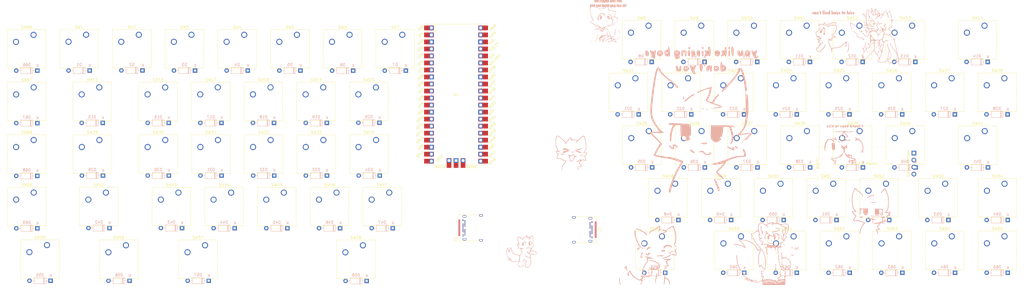
<source format=kicad_pcb>
(kicad_pcb (version 20240108) (generator "pcbnew") (generator_version "8.0")
  (layers (0 "F.Cu" signal) (31 "B.Cu" signal) (34 "B.Paste" user) (35 "F.Paste" user) (36 "B.SilkS" user "B.Silkscreen") (37 "F.SilkS" user "F.Silkscreen") (38 "B.Mask" user) (39 "F.Mask" user) (44 "Edge.Cuts" user))
  (net 0 "")
  (net 1 "Net-(D1-K)")
  (net 2 "Net-(D1-A)")
  (net 3 "Net-(D2-A)")
  (net 4 "Net-(D3-A)")
  (net 5 "Net-(D4-A)")
  (net 6 "Net-(D5-A)")
  (net 7 "Net-(D6-A)")
  (net 8 "Net-(D7-A)")
  (net 9 "Net-(D8-A)")
  (net 10 "Net-(D10-K)")
  (net 11 "Net-(D9-A)")
  (net 12 "Net-(D10-A)")
  (net 13 "Net-(D11-A)")
  (net 14 "Net-(D12-A)")
  (net 15 "Net-(D13-A)")
  (net 16 "Net-(D14-A)")
  (net 17 "Net-(D15-A)")
  (net 18 "Net-(D15-K)")
  (net 19 "Net-(D16-A)")
  (net 20 "Net-(D17-A)")
  (net 21 "Net-(D18-A)")
  (net 22 "Net-(D19-A)")
  (net 23 "Net-(D20-A)")
  (net 24 "Net-(D21-K)")
  (net 25 "Net-(D21-A)")
  (net 26 "Net-(D22-A)")
  (net 27 "Net-(D23-A)")
  (net 28 "Net-(D24-A)")
  (net 29 "Net-(D25-A)")
  (net 30 "Net-(D26-A)")
  (net 31 "Net-(D27-A)")
  (net 32 "Net-(D28-A)")
  (net 33 "Net-(D29-K)")
  (net 34 "Net-(D29-A)")
  (net 35 "Net-(D30-A)")
  (net 36 "Net-(D31-A)")
  (net 37 "Net-(D32-A)")
  (net 38 "Net-(D33-A)")
  (net 39 "Net-(D34-A)")
  (net 40 "Net-(D35-K)")
  (net 41 "Net-(D35-A)")
  (net 42 "Net-(D36-A)")
  (net 43 "Net-(D37-A)")
  (net 44 "Net-(D38-A)")
  (net 45 "Net-(D39-A)")
  (net 46 "Net-(D40-A)")
  (net 47 "Net-(D41-A)")
  (net 48 "Net-(D42-A)")
  (net 49 "Net-(D42-K)")
  (net 50 "Net-(D43-A)")
  (net 51 "Net-(D44-A)")
  (net 52 "Net-(D45-A)")
  (net 53 "Net-(D46-A)")
  (net 54 "Net-(D47-A)")
  (net 55 "Net-(D48-A)")
  (net 56 "Net-(D48-K)")
  (net 57 "Net-(D49-A)")
  (net 58 "Net-(D50-A)")
  (net 59 "Net-(D51-A)")
  (net 60 "Net-(D52-A)")
  (net 61 "Net-(D53-A)")
  (net 62 "Net-(D54-A)")
  (net 63 "Net-(D55-A)")
  (net 64 "Net-(D55-K)")
  (net 65 "Net-(D56-A)")
  (net 66 "Net-(D57-A)")
  (net 67 "Net-(D58-A)")
  (net 68 "Net-(D59-K)")
  (net 69 "Net-(D59-A)")
  (net 70 "Net-(D60-A)")
  (net 71 "Net-(D61-A)")
  (net 72 "Net-(D62-A)")
  (net 73 "Net-(D63-A)")
  (net 74 "Net-(D64-A)")
  (net 75 "Net-(D65-A)")
  (net 76 "Net-(D66-K)")
  (net 77 "Net-(D66-A)")
  (net 78 "Net-(D67-A)")
  (net 79 "Net-(D68-A)")
  (net 80 "Net-(D69-A)")
  (net 81 "GND")
  (net 83 "Net-(J1-RX2-)")
  (net 84 "Net-(J1-RX1-)")
  (net 85 "Net-(J1-RX1+)")
  (net 87 "Net-(J1-TX2+)")
  (net 88 "Net-(U1-GPIO6)")
  (net 90 "Net-(J1-TX1-)")
  (net 91 "Net-(U1-GPIO5)")
  (net 92 "Net-(J1-RX2+)")
  (net 93 "Net-(J1-TX1+)")
  (net 94 "Net-(J1-TX2-)")
  (net 95 "Net-(J2-GND-PadA1)")
  (net 98 "Net-(J2-TX2+)")
  (net 99 "Net-(J2-RX2-)")
  (net 100 "Net-(J2-RX2+)")
  (net 101 "Net-(J2-RX1-)")
  (net 102 "Net-(J2-TX1+)")
  (net 103 "Net-(J2-TX2-)")
  (net 104 "Net-(J2-TX1-)")
  (net 105 "Net-(J2-RX1+)")
  (net 106 "Net-(J2-D+-PadA6)")
  (net 108 "Net-(J2-D+-PadB6)")
  (net 109 "Net-(U1-GPIO0)")
  (net 110 "Net-(U1-GPIO1)")
  (net 111 "Net-(U1-GPIO2)")
  (net 112 "Net-(U1-GPIO3)")
  (footprint "Button_Switch_Keyboard:SW_Cherry_MX_1.50u_PCB" (layer "F.Cu") (at 36.7 76.02)
    (property "Reference" "SW29")
    (property "Value" "SW_Push")
  )
  (footprint "Button_Switch_Keyboard:SW_Cherry_MX_1.00u_PCB" (layer "F.Cu") (at 363.8 53.65)
    (property "Reference" "SW28")
    (property "Value" "SW_Push")
  )
  (footprint "Button_Switch_Keyboard:SW_Cherry_MX_1.00u_PCB" (layer "F.Cu") (at 249.49 53.67)
    (property "Reference" "SW22")
    (property "Value" "SW_Push")
  )
  (footprint "Button_Switch_Keyboard:SW_Cherry_MX_1.00u_PCB" (layer "F.Cu") (at 89.04 37.92)
    (property "Reference" "SW4")
    (property "Value" "SW_Push")
  )
  (footprint "Button_Switch_Keyboard:SW_Cherry_MX_1.00u_PCB" (layer "F.Cu") (at 60.48 56.96)
    (property "Reference" "SW16")
    (property "Value" "SW_Push")
  )
  (footprint "Button_Switch_Keyboard:SW_Cherry_MX_1.00u_PCB" (layer "F.Cu") (at 330.53 72.78)
    (property "Reference" "SW40")
    (property "Value" "SW_Push")
  )
  (footprint "Button_Switch_Keyboard:SW_Cherry_MX_1.00u_PCB" (layer "F.Cu") (at 136.65 56.96)
    (property "Reference" "SW20")
    (property "Value" "SW_Push")
  )
  (footprint "Button_Switch_Keyboard:SW_Cherry_MX_1.00u_PCB" (layer "F.Cu") (at 311.5 72.78)
    (property "Reference" "SW39")
    (property "Value" "SW_Push")
  )
  (footprint "Button_Switch_Keyboard:SW_Cherry_MX_1.00u_PCB" (layer "F.Cu") (at 235.3 72.78)
    (property "Reference" "SW35")
    (property "Value" "SW_Push")
  )
  (footprint "Button_Switch_Keyboard:SW_Cherry_MX_1.00u_PCB" (layer "F.Cu") (at 12.95 76.02)
    (property "Reference" "SW68")
    (property "Value" "SW_Push")
  )
  (footprint "Button_Switch_Keyboard:SW_Cherry_MX_1.00u_PCB" (layer "F.Cu") (at 117.6 56.96)
    (property "Reference" "SW19")
    (property "Value" "SW_Push")
  )
  (footprint "Button_Switch_Keyboard:SW_Cherry_MX_1.00u_PCB" (layer "F.Cu") (at 65.26 95.06)
    (property "Reference" "SW43")
    (property "Value" "SW_Push")
  )
  (footprint "Button_Switch_Keyboard:SW_Cherry_MX_1.00u_PCB" (layer "F.Cu") (at 244.79 91.85)
    (property "Reference" "SW48")
    (property "Value" "SW_Push")
  )
  (footprint "Button_Switch_Keyboard:SW_Cherry_MX_1.00u_PCB" (layer "F.Cu") (at 79.55 76.02)
    (property "Reference" "SW31")
    (property "Value" "SW_Push")
  )
  (footprint "Button_Switch_Keyboard:SW_Cherry_MX_1.00u_PCB" (layer "F.Cu") (at 12.91 37.94)
    (property "Reference" "SW66")
    (property "Value" "SW_Push")
  )
  (footprint "Button_Switch_Keyboard:SW_Cherry_MX_1.00u_PCB" (layer "F.Cu") (at 363.86 91.85)
    (property "Reference" "SW54")
    (property "Value" "SW_Push")
  )
  (footprint "Button_Switch_Keyboard:SW_Cherry_MX_1.00u_PCB" (layer "F.Cu") (at 306.69 110.9)
    (property "Reference" "SW62")
    (property "Value" "SW_Push")
  )
  (footprint "Button_Switch_Keyboard:SW_Cherry_MX_1.00u_PCB" (layer "F.Cu") (at 273.4 72.78)
    (property "Reference" "SW37")
    (property "Value" "SW_Push")
  )
  (footprint "Connector_USB:USB_C_Receptacle_Amphenol_12401548E4-2A" (layer "F.Cu") (at 211.05 108.5 -90)
    (property "Reference" "J2")
    (property "Value" "USB_C_Receptacle" (hide yes))
  )
  (footprint "Button_Switch_Keyboard:SW_Cherry_MX_1.00u_PCB" (layer "F.Cu") (at 117.65 76.02)
    (property "Reference" "SW33")
    (property "Value" "SW_Push")
  )
  (footprint "Button_Switch_Keyboard:SW_Cherry_MX_1.00u_PCB" (layer "F.Cu") (at 306.64 53.65)
    (property "Reference" "SW25")
    (property "Value" "SW_Push")
  )
  (footprint "Button_Switch_Keyboard:SW_Cherry_MX_1.00u_PCB" (layer "F.Cu") (at 98.59 76.02)
    (property "Reference" "SW32")
    (property "Value" "SW_Push")
  )
  (footprint "Button_Switch_Keyboard:SW_Cherry_MX_1.00u_PCB" (layer "F.Cu") (at 344.75 53.65)
    (property "Reference" "SW27")
    (property "Value" "SW_Push")
  )
  (footprint "Button_Switch_Keyboard:SW_Cherry_MX_1.00u_PCB" (layer "F.Cu") (at 146.17 37.92)
    (property "Reference" "SW7")
    (property "Value" "SW_Push")
  )
  (footprint "Button_Switch_Keyboard:SW_Cherry_MX_1.50u_PCB" (layer "F.Cu") (at 74.9 114.12)
    (property "Reference" "SW57")
    (property "Value" "SW_Push")
  )
  (footprint "Button_Switch_Keyboard:SW_Cherry_MX_1.00u_PCB" (layer "F.Cu") (at 268.55 53.67)
    (property "Reference" "SW23")
    (property "Value" "SW_Push")
  )
  (footprint "Button_Switch_Keyboard:SW_Cherry_MX_1.00u_PCB" (layer "F.Cu") (at 330.46 34.62)
    (property "Reference" "SW13")
    (property "Value" "SW_Push")
  )
  (footprint "Button_Switch_Keyboard:SW_Cherry_MX_1.00u_PCB" (layer "F.Cu") (at 122.41 95.06)
    (property "Reference" "SW46")
    (property "Value" "SW_Push")
  )
  (footprint "Button_Switch_Keyboard:SW_Cherry_MX_1.00u_PCB" (layer "F.Cu") (at 31.9 37.9)
    (property "Reference" "SW1")
    (property "Value" "SW_Push")
  )
  (footprint "Button_Switch_Keyboard:SW_Cherry_MX_2.00u_PCB" (layer "F.Cu") (at 131.95 114.14)
    (property "Reference" "SW58")
    (property "Value" "SW_Push")
  )
  (footprint "Button_Switch_Keyboard:SW_Cherry_MX_1.75u_PCB" (layer "F.Cu") (at 39.05 95.06)
    (property "Reference" "SW42")
    (property "Value" "SW_Push")
  )
  (footprint "Button_Switch_Keyboard:SW_Cherry_MX_1.00u_PCB" (layer "F.Cu") (at 301.96 91.85)
    (property "Reference" "SW51")
    (property "Value" "SW_Push")
  )
  (footprint "Button_Switch_Keyboard:SW_Cherry_MX_1.00u_PCB" (layer "F.Cu") (at 311.41 34.62)
    (property "Reference" "SW12")
    (property "Value" "SW_Push")
  )
  (footprint "Button_Switch_Keyboard:SW_Cherry_MX_1.00u_PCB" (layer "F.Cu") (at 325.76 110.9)
    (property "Reference" "SW63")
    (property "Value" "SW_Push")
  )
  (footprint "Button_Switch_Keyboard:SW_Cherry_MX_1.00u_PCB" (layer "F.Cu") (at 321.01 91.85)
    (property "Reference" "SW52")
    (property "Value" "SW_Push")
  )
  (footprint "Button_Switch_Keyboard:SW_Cherry_MX_1.00u_PCB" (layer "F.Cu") (at 268.61 110.9)
    (property "Reference" "SW60")
    (property "Value" "SW_Push")
  )
  (footprint "Button_Switch_Keyboard:SW_Cherry_MX_1.00u_PCB" (layer "F.Cu") (at 141.46 95.06)
    (property "Reference" "SW47")
    (property "Value" "SW_Push")
  )
  (footprint "Button_Switch_Keyboard:SW_Cherry_MX_1.00u_PCB" (layer "F.Cu") (at 98.55 56.96)
    (property "Reference" "SW18")
    (property "Value" "SW_Push")
  )
  (footprint "Button_Switch_Keyboard:SW_Cherry_MX_1.00u_PCB" (layer "F.Cu") (at 273.29 34.62)
    (property "Reference" "SW10")
    (property "Value" "SW_Push")
  )
  (footprint "Button_Switch_Keyboard:SW_Cherry_MX_1.00u_PCB" (layer "F.Cu") (at 108.09 37.92)
    (property "Reference" "SW5")
    (property "Value" "SW_Push")
  )
  (footprint "Button_Switch_Keyboard:SW_Cherry_MX_1.00u_PCB" (layer "F.Cu") (at 230.44 53.67)
    (property "Reference" "SW21")
    (property "Value" "SW_Push")
  )
  (footprint "Button_Switch_Keyboard:SW_Cherry_MX_1.00u_PCB" (layer "F.Cu") (at 235.19 34.62)
    (property "Reference" "SW8")
    (property "Value" "SW_Push")
  )
  (footprint "Button_Switch_Keyboard:SW_Cherry_MX_2.00u_PCB" (layer "F.Cu") (at 240.04 110.9)
    (property "Reference" "SW59")
    (property "Value" "SW_Push")
  )
  (footprint "Button_Switch_Keyboard:SW_Cherry_MX_1.00u_PCB" (layer "F.Cu") (at 287.64 110.9)
    (property "Reference" "SW61")
    (property "Value" "SW_Push")
  )
  (footprint "Button_Switch_Keyboard:SW_Cherry_MX_1.75u_PCB" (layer "F.Cu") (at 356.71 72.8)
    (property "Reference" "SW41")
    (property "Value" "SW_Push")
  )
  (footprint "RPi_Pico:RPi_Pico_SMD_TH" (layer "F.Cu") (at 165.61 59.55)
    (property "Reference" "U1")
    (property "Value" "Pico")
  )
  (footprint "Button_Switch_Keyboard:SW_Cherry_MX_1.50u_PCB" (layer "F.Cu") (at 17.75 114.07)
    (property "Reference" "SW55")
    (property "Value" "SW_Push")
  )
  (footprint "Button_Switch_Keyboard:SW_Cherry_MX_1.00u_PCB" (layer "F.Cu") (at 12.95 56.97)
    (property "Reference" "SW67")
    (property "Value" "SW_Push")
  )
  (footprint "Button_Switch_Keyboard:SW_Cherry_MX_1.00u_PCB" (layer "F.Cu") (at 103.36 95.06)
    (property "Reference" "SW45")
    (property "Value" "SW_Push")
  )
  (footprint "Button_Switch_Keyboard:SW_Cherry_MX_1.00u_PCB" (layer "F.Cu") (at 60.5 76.02)
    (property "Reference" "SW30")
    (property "Value" "SW_Push")
  )
  (footprint "Button_Switch_Keyboard:SW_Cherry_MX_1.00u_PCB" (layer "F.Cu") (at 127.12 37.92)
    (property "Reference" "SW6")
    (property "Value" "SW_Push")
  )
  (footprint "Button_Switch_Keyboard:SW_Cherry_MX_1.00u_PCB" (layer "F.Cu") (at 50.94 37.92)
    (property "Reference" "SW2")
    (property "Value" "SW_Push")
  )
  (footprint "Button_Switch_Keyboard:SW_Cherry_MX_1.00u_PCB" (layer "F.Cu") (at 287.6 53.65)
    (property "Reference" "SW24")
    (property "Value" "SW_Push")
  )
  (footprint "Button_Switch_Keyboard:SW_Cherry_MX_1.00u_PCB" (layer "F.Cu") (at 254.35 72.78)
    (property "Reference" "SW36")
    (property "Value" "SW_Push")
  )
  (footprint "Button_Switch_Keyboard:SW_Cherry_MX_1.00u_PCB" (layer "F.Cu") (at 292.34 34.62)
    (property "Reference" "SW11")
    (property "Value" "SW_Push")
  )
  (footprint "Button_Switch_Keyboard:SW_Cherry_MX_1.00u_PCB" (layer "F.Cu") (at 84.31 95.06)
    (property "Reference" "SW44")
    (property "Value" "SW_Push")
  )
  (footprint "Button_Switch_Keyboard:SW_Cherry_MX_1.00u_PCB" (layer "F.Cu") (at 69.97 37.92)
    (property "Reference" "SW3")
    (property "Value" "SW_Push")
  )
  (footprint "Button_Switch_Keyboard:SW_Cherry_MX_1.00u_PCB" (layer "F.Cu") (at 282.89 91.85)
    (property "Reference" "SW50")
    (property "Value" "SW_Push")
  )
  (footprint "Button_Switch_Keyboard:SW_Cherry_MX_1.00u_PCB" (layer "F.Cu") (at 363.85 110.88)
    (property "Reference" "SW65")
    (property "Value" "SW_Push")
  )
  (footprint "Button_Switch_Keyboard:SW_Cherry_MX_1.00u_PCB" (layer "F.Cu") (at 12.96 95.04)
    (property "Reference" "SW69")
    (property "Value" "SW_Push")
  )
  (footprint "Display:SSD1306-0.91-OLED-4pin-128x32" (layer "F.Cu") (at 294.6 78.55)
    (property "Reference" "REF**")
    (property "Value" "SSD1306-0.91-OLED-4pin-128x32")
  )
  (footprint "Button_Switch_Keyboard:SW_Cherry_MX_1.50u_PCB" (layer "F.Cu") (at 46.3 114.12)
    (property "Reference" "SW56")
    (property "Value" "SW_Push")
  )
  (footprint "Button_Switch_Keyboard:SW_Cherry_MX_1.00u_PCB" (layer "F.Cu") (at 79.5 56.95)
    (property "Reference" "SW17")
    (property "Value" "SW_Push")
  )
  (footprint "Button_Switch_Keyboard:SW_Cherry_MX_1.00u_PCB" (layer "F.Cu") (at 254.24 34.62)
    (property "Reference" "SW9")
    (property "Value" "SW_Push")
  )
  (footprint "Button_Switch_Keyboard:SW_Cherry_MX_1.00u_PCB" (layer "F.Cu") (at 325.7 53.65)
    (property "Reference" "SW26")
    (property "Value" "SW_Push")
  )
  (footprint "Button_Switch_Keyboard:SW_Cherry_MX_1.50u_PCB" (layer "F.Cu") (at 36.65 56.96)
    (property "Reference" "SW15")
    (property "Value" "SW_Push")
  )
  (footprint "Connector_USB:USB_C_Receptacle_Amphenol_12401548E4-2A" (layer "F.Cu") (at 171.8 107.8 90)
    (property "Reference" "J1")
    (property "Value" "USB_C_Receptacle" (hide yes))
  )
  (footprint "Button_Switch_Keyboard:SW_Cherry_MX_1.75u_PCB" (layer "F.Cu") (at 356.62 34.62)
    (property "Reference" "SW14")
    (property "Value" "SW_Push")
  )
  (footprint "Button_Switch_Keyboard:SW_Cherry_MX_1.00u_PCB" (layer "F.Cu") (at 136.7 76.02)
    (property "Reference" "SW34")
    (property "Value" "SW_Push")
  )
  (footprint "Button_Switch_Keyboard:SW_Cherry_MX_1.00u_PCB" (layer "F.Cu") (at 263.86 91.85)
    (property "Reference" "SW49")
    (property "Value" "SW_Push")
  )
  (footprint "Button_Switch_Keyboard:SW_Cherry_MX_1.00u_PCB" (layer "F.Cu") (at 344.81 110.9)
    (property "Reference" "SW64")
    (property "Value" "SW_Push")
  )
  (footprint "Button_Switch_Keyboard:SW_Cherry_MX_1.25u_PCB" (layer "F.Cu") (at 342.41 91.85)
    (property "Reference" "SW53")
    (property "Value" "SW_Push")
  )
  (footprint "Button_Switch_Keyboard:SW_Cherry_MX_1.00u_PCB" (layer "F.Cu") (at 292.45 72.78)
    (property "Reference" "SW38")
    (property "Value" "SW_Push")
  )
  (footprint "Diode_THT:D_DO-35_SOD27_P7.62mm_Horizontal" (layer "B.Cu") (at 326.94 124.08 180)
    (property "Reference" "D63")
    (property "Value" "1N4148")
  )
  (footprint "Diode_THT:D_DO-35_SOD27_P7.62mm_Horizontal" (layer "B.Cu") (at 307.82 66.73 180)
    (property "Reference" "D25")
    (property "Value" "1N4148")
  )
  (footprint "Diode_THT:D_DO-35_SOD27_P7.62mm_Horizontal" (layer "B.Cu") (at 357.88 85.93 180)
    (property "Reference" "D41")
    (property "Value" "1N4148")
  )
  (footprint "Diode_THT:D_DO-35_SOD27_P7.62mm_Horizontal" (layer "B.Cu") (at 61.8 88.88 180)
    (property "Reference" "D30")
    (property "Value" "1N4148")
  )
  (footprint "LOGO" (layer "B.Cu") (at 278.446492 116.34625 180)
    (property "Reference" "G***" (hide yes))
    (property "Value" "LOGO" (hide yes))
  )
  (footprint "Diode_THT:D_DO-35_SOD27_P7.62mm_Horizontal" (layer "B.Cu") (at 128.42 50.9 180)
    (property "Reference" "D6")
    (property "Value" "1N4148")
  )
  (footprint "Diode_THT:D_DO-35_SOD27_P7.62mm_Horizontal" (layer "B.Cu") (at 307.88 124.08 180)
    (property "Reference" "D62")
    (property "Value" "1N4148")
  )
  (footprint "Diode_THT:D_DO-35_SOD27_P7.62mm_Horizontal" (layer "B.Cu") (at 331.62 47.73 180)
    (property "Reference" "D13")
    (property "Value" "1N4148")
  )
  (footprint "Diode_THT:D_DO-35_SOD27_P7.62mm_Horizontal" (layer "B.Cu") (at 288.78 124.08 180)
    (property "Reference" "D61")
    (property "Value" "1N4148")
  )
  (footprint "Diode_THT:D_DO-35_SOD27_P7.62mm_Horizontal" (layer "B.Cu") (at 38 88.88 180)
    (property "Reference" "D29")
    (property "Value" "1N4148")
  )
  (footprint "Diode_THT:D_DO-35_SOD27_P7.62mm_Horizontal" (layer "B.Cu") (at 312.58 47.73 180)
    (property "Reference" "D12")
    (property "Value" "1N4148")
  )
  (footprint "Diode_THT:D_DO-35_SOD27_P7.62mm_Horizontal" (layer "B.Cu") (at 265.04 104.98 180)
    (property "Reference" "D49")
    (property "Value" "1N4148")
  )
  (footprint "Diode_THT:D_DO-35_SOD27_P7.62mm_Horizontal" (layer "B.Cu") (at 80.82 69.8 180)
    (property "Reference" "D17")
    (property "Value" "1N4148")
  )
  (footprint "Diode_THT:D_DO-35_SOD27_P7.62mm_Horizontal" (layer "B.Cu") (at 293.52 47.73 180)
    (property "Reference" "D11")
    (property "Value" "1N4148")
  )
  (footprint "Diode_THT:D_DO-35_SOD27_P7.62mm_Horizontal" (layer "B.Cu") (at 241.24 124.08 180)
    (property "Reference" "D59")
    (property "Value" "1N4148")
  )
  (footprint "Diode_THT:D_DO-35_SOD27_P7.62mm_Horizontal" (layer "B.Cu") (at 343.58 104.98 180)
    (property "Reference" "D53")
    (property "Value" "1N4148")
  )
  (footprint "Diode_THT:D_DO-35_SOD27_P7.62mm_Horizontal" (layer "B.Cu") (at 137.92 69.75 180)
    (property "Reference" "D20")
    (property "Value" "1N4148")
  )
  (footprint "Diode_THT:D_DO-35_SOD27_P7.62mm_Horizontal" (layer "B.Cu") (at 14.27 69.9 180)
    (property "Reference" "D67")
    (property "Value" "1N4148")
  )
  (footprint "Diode_THT:D_DO-35_SOD27_P7.62mm_Horizontal" (layer "B.Cu") (at 236.32 47.73 180)
    (property "Reference" "D8")
    (property "Value" "1N4148")
  )
  (footprint "LOGO" (layer "B.Cu") (at 207.19 79.44 180)
    (property "Reference" "G***" (hide yes))
    (property "Value" "LOGO" (hide yes))
  )
  (footprint "Diode_THT:D_DO-35_SOD27_P7.62mm_Horizontal" (layer "B.Cu") (at 365.03 104.98 180)
    (property "Reference" "D54")
    (property "Value" "1N4148")
  )
  (footprint "Diode_THT:D_DO-35_SOD27_P7.62mm_Horizontal" (layer "B.Cu") (at 104.65 107.93 180)
    (property "Reference" "D45")
    (property "Value" "1N4148")
  )
  (footprint "Diode_THT:D_DO-35_SOD27_P7.62mm_Horizontal" (layer "B.Cu") (at 118.95 88.88 180)
    (property "Reference" "D33")
    (property "Value" "1N4148")
  )
  (footprint "LOGO" (layer "B.Cu") (at 317.04 38.14 180)
    (property "Reference" "G***" (hide yes))
    (property "Value" "LOGO" (hide yes))
  )
  (footprint "Diode_THT:D_DO-35_SOD27_P7.62mm_Horizontal" (layer "B.Cu") (at 293.59 85.93 180)
    (property "Reference" "D38")
    (property "Value" "1N4148")
  )
  (footprint "Diode_THT:D_DO-35_SOD27_P7.62mm_Horizontal" (layer "B.Cu") (at 326.87 66.73 180)
    (property "Reference" "D26")
    (property "Value" "1N4148")
  )
  (footprint "Diode_THT:D_DO-35_SOD27_P7.62mm_Horizontal" (layer "B.Cu") (at 345.92 66.73 180)
    (property "Reference" "D27")
    (property "Value" "1N4148")
  )
  (footprint "Diode_THT:D_DO-35_SOD27_P7.62mm_Horizontal" (layer "B.Cu") (at 231.63 66.73 180)
    (property "Reference" "D21")
    (property "Value" "1N4148")
  )
  (footprint "Diode_THT:D_DO-35_SOD27_P7.62mm_Horizontal" (layer "B.Cu") (at 14.28 107.97 180)
    (property "Reference" "D69")
    (property "Value" "1N4148")
  )
  (footprint "Diode_THT:D_DO-35_SOD27_P7.62mm_Horizontal" (layer "B.Cu") (at 345.98 124.08 180)
    (property "Reference" "D64")
    (property "Value" "1N4148")
  )
  (footprint "LOGO" (layer "B.Cu") (at 315.54 101.59 180)
    (property "Reference" "G***" (hide yes))
    (property "Value" "LOGO" (hide yes))
  )
  (footprint "LOGO" (layer "B.Cu") (at 306.086631 77.380267 180)
    (property "Reference" "G***" (hide yes))
    (property "Value" "LOGO" (hide yes))
  )
  (footprint "Diode_THT:D_DO-35_SOD27_P7.62mm_Horizontal" (layer "B.Cu") (at 269.79 124.08 180)
    (property "Reference" "D60")
    (property "Value" "1N4148")
  )
  (footprint "Diode_THT:D_DO-35_SOD27_P7.62mm_Horizontal" (layer "B.Cu") (at 71.27 50.85 180)
    (property "Reference" "D3")
    (property "Value" "1N4148")
  )
  (footprint "Diode_THT:D_DO-35_SOD27_P7.62mm_Horizontal" (layer "B.Cu") (at 123.7 107.93 180)
    (property "Reference" "D46")
    (property "Value" "1N4148")
  )
  (footprint "Diode_THT:D_DO-35_SOD27_P7.62mm_Horizontal" (layer "B.Cu") (at 76.21 126.97 180)
    (property "Reference" "D57")
    (property "Value" "1N4148")
  )
  (footprint "Diode_THT:D_DO-35_SOD27_P7.62mm_Horizontal" (layer "B.Cu") (at 99.9 88.88 180)
    (property "Reference" "D32")
    (property "Value" "1N4148")
  )
  (footprint "Diode_THT:D_DO-35_SOD27_P7.62mm_Horizontal" (layer "B.Cu") (at 14.26 50.9 180)
    (property "Reference" "D66")
    (property "Value" "1N4148")
  )
  (footprint "Diode_THT:D_DO-35_SOD27_P7.62mm_Horizontal" (layer "B.Cu") (at 255.42 47.73 180)
    (property "Reference" "D9")
    (property "Value" "1N4148")
  )
  (footprint "Diode_THT:D_DO-35_SOD27_P7.62mm_Horizontal" (layer "B.Cu") (at 47.6 126.97 180)
    (property "Reference" "D56")
    (property "Value" "1N4148")
  )
  (footprint "Diode_THT:D_DO-35_SOD27_P7.62mm_Horizontal" (layer "B.Cu") (at 269.73 66.73 180)
    (property "Reference" "D23")
    (property "Value" "1N4148")
  )
  (footprint "Diode_THT:D_DO-35_SOD27_P7.62mm_Horizontal" (layer "B.Cu") (at 250.63 66.73 180)
    (property "Reference" "D22")
    (property "Value" "1N4148")
  )
  (footprint "Diode_THT:D_DO-35_SOD27_P7.62mm_Horizontal" (layer "B.Cu") (at 357.77 47.73 180)
    (property "Reference" "D14")
    (property "Value" "1N4148")
  )
  (footprint "LOGO" (layer "B.Cu") (at 301.905403 36.647412 180)
    (property "Reference" "G***" (hide yes))
    (property "Value" "LOGO" (hide yes))
  )
  (footprint "Diode_THT:D_DO-35_SOD27_P7.62mm_Horizontal" (layer "B.Cu") (at 85.6 107.93 180)
    (property "Reference" "D44")
    (property "Value" "1N4148")
  )
  (footprint "LOGO" (layer "B.Cu") (at 234.89 117.69 180)
    (property "Reference" "G***" (hide yes))
    (property "Value" "LOGO" (hide yes))
  )
  (footprint "Diode_THT:D_DO-35_SOD27_P7.62mm_Horizontal" (layer "B.Cu") (at 118.92 69.8 180)
    (property "Reference" "D19")
    (property "Value" "1N4148")
  )
  (footprint "Diode_THT:D_DO-35_SOD27_P7.62mm_Horizontal" (layer "B.Cu") (at 303.14 104.98 180)
    (property "Reference" "D51")
    (property "Value" "1N4148")
  )
  (footprint "LOGO" (layer "B.Cu") (at 254.09 67.64 180)
    (property "Reference" "G***" (hide yes))
    (property "Value" "LOGO" (hide yes))
  )
  (footprint "Diode_THT:D_DO-35_SOD27_P7.62mm_Horizontal" (layer "B.Cu") (at 52.27 50.8 180)
    (property "Reference" "D2")
    (property "Value" "1N4148")
  )
  (footprint "Diode_THT:D_DO-35_SOD27_P7.62mm_Horizontal" (layer "B.Cu") (at 364.97 66.73 180)
    (property "Reference" "D28")
    (property "Value" "1N4148")
  )
  (footprint "Diode_THT:D_DO-35_SOD27_P7.62mm_Horizontal" (layer "B.Cu") (at 61.77 69.8 180)
    (property "Reference" "D16")
    (property "Value" "1N4148")
  )
  (footprint "Diode_THT:D_DO-35_SOD27_P7.62mm_Horizontal" (layer "B.Cu") (at 322.18 104.98 180)
    (property "Reference" "D52")
    (property "Value" "1N4148")
  )
  (footprint "Diode_THT:D_DO-35_SOD27_P7.62mm_Horizontal" (layer "B.Cu") (at 245.99 104.98 180)
    (property "Reference" "D48")
    (property "Value" "1N4148")
  )
  (footprint "Diode_THT:D_DO-35_SOD27_P7.62mm_Horizontal" (layer "B.Cu") (at 14.26 89 180)
    (property "Reference" "D68")
    (property "Value" "1N4148")
  )
  (footprint "LOGO" (layer "B.Cu") (at 220.695833 32.94 180)
    (property "Reference" "G***" (hide yes))
    (property "Value" "LOGO" (hide yes))
  )
  (footprint "Diode_THT:D_DO-35_SOD27_P7.62mm_Horizontal" (layer "B.Cu") (at 90.32 50.85 180)
    (property "Reference" "D4")
    (property "Value" "1N4148")
  )
  (footprint "Diode_THT:D_DO-35_SOD27_P7.62mm_Horizontal" (layer "B.Cu") (at 284.04 104.98 180)
    (property "Reference" "D50")
    (property "Value" "1N4148")
  )
  (footprint "Diode_THT:D_DO-35_SOD27_P7.62mm_Horizontal" (layer "B.Cu") (at 40.36 107.88 180)
    (property "Reference" "D42")
    (property "Value" "1N4148")
  )
  (footprint "Diode_THT:D_DO-35_SOD27_P7.62mm_Horizontal" (layer "B.Cu") (at 80.85 88.88 180)
    (property "Reference" "D31")
    (property "Value" "1N4148")
  )
  (footprint "Diode_THT:D_DO-35_SOD27_P7.62mm_Horizontal" (layer "B.Cu") (at 312.68 85.93 180)
    (property "Reference" "D39")
    (property "Value" "1N4148")
  )
  (footprint "LOGO" (layer "B.Cu") (at 190.14 116.39 180)
    (property "Reference" "G***" (hide yes))
    (property "Value" "LOGO" (hide yes))
  )
  (footprint "Diode_THT:D_DO-35_SOD27_P7.62mm_Horizontal" (layer "B.Cu") (at 138.05 88.88 180)
    (property "Reference" "D34")
    (property "Value" "1N4148")
  )
  (footprint "Diode_THT:D_DO-35_SOD27_P7.62mm_Horizontal" (layer "B.Cu") (at 99.82 69.8 180)
    (property "Reference" "D18")
    (property "Value" "1N4148")
  )
  (footprint "Diode_THT:D_DO-35_SOD27_P7.62mm_Horizontal" (layer "B.Cu") (at 274.47 47.73 180)
    (property "Reference" "D10")
    (property "Value" "1N4148")
  )
  (footprint "Diode_THT:D_DO-35_SOD27_P7.62mm_Horizontal" (layer "B.Cu") (at 288.78 66.73 180)
    (property "Reference" "D24")
    (property "Value" "1N4148")
  )
  (footprint "Diode_THT:D_DO-35_SOD27_P7.62mm_Horizontal" (layer "B.Cu") (at 331.69 85.93 180)
    (property "Reference" "D40")
    (property "Value" "1N4148")
  )
  (footprint "Diode_THT:D_DO-35_SOD27_P7.62mm_Horizontal" (layer "B.Cu") (at 33.17 50.85 180)
    (property "Reference" "D1")
    (property "Value" "1N4148")
  )
  (footprint "Diode_THT:D_DO-35_SOD27_P7.62mm_Horizontal" (layer "B.Cu") (at 37.92 69.8 180)
    (property "Reference" "D15")
    (property "Value" "1N4148")
  )
  (footprint "Diode_THT:D_DO-35_SOD27_P7.62mm_Horizontal" (layer "B.Cu") (at 109.37 50.85 180)
    (property "Reference" "D5")
    (property "Value" "1N4148")
  )
  (footprint "Diode_THT:D_DO-35_SOD27_P7.62mm_Horizontal" (layer "B.Cu") (at 133.3 127.03 180)
    (property "Reference" "D58")
    (property "Value" "1N4148")
  )
  (footprint "Diode_THT:D_DO-35_SOD27_P7.62mm_Horizontal" (layer "B.Cu") (at 236.48 85.93 180)
    (property "Reference" "D35")
    (property "Value" "1N4148")
  )
  (footprint "Diode_THT:D_DO-35_SOD27_P7.62mm_Horizontal" (layer "B.Cu") (at 147.47 50.9 180)
    (property "Reference" "D7")
    (property "Value" "1N4148")
  )
  (footprint "Diode_THT:D_DO-35_SOD27_P7.62mm_Horizontal" (layer "B.Cu") (at 66.56 107.88 180)
    (property "Reference" "D43")
    (property "Value" "1N4148")
  )
  (footprint "Diode_THT:D_DO-35_SOD27_P7.62mm_Horizontal" (layer "B.Cu") (at 255.54 85.93 180)
    (property "Reference" "D36")
    (property "Value" "1N4148")
  )
  (footprint "Diode_THT:D_DO-35_SOD27_P7.62mm_Horizontal" (layer "B.Cu") (at 19.05 126.96 180)
    (property "Reference" "D55")
    (property "Value" "1N4148")
  )
  (footprint "Diode_THT:D_DO-35_SOD27_P7.62mm_Horizontal" (layer "B.Cu") (at 274.58 85.93 180)
    (property "Reference" "D37")
    (property "Value" "1N4148")
  )
  (footprint "Diode_THT:D_DO-35_SOD27_P7.62mm_Horizontal" (layer "B.Cu") (at 142.75 107.93 180)
    (property "Reference" "D47")
    (property "Value" "1N4148")
  )
  (footprint "Diode_THT:D_DO-35_SOD27_P7.62mm_Horizontal" (layer "B.Cu") (at 365.03 124.08 180)
    (property "Reference" "D65")
    (property "Value" "1N4148")
  )
  (segment (start 228.84 47.59) (end 228.7 47.73) (width 0.2) (layer "F.Cu") (net 9))
  (segment (start 247.89 47.64) (end 247.8 47.73) (width 0.2) (layer "F.Cu") (net 11))
  (segment (start 266.94 47.64) (end 266.85 47.73) (width 0.2) (layer "F.Cu") (net 12))
  (segment (start 285.99 47.64) (end 285.9 47.73) (width 0.2) (layer "F.Cu") (net 13))
  (segment (start 305.06 47.63) (end 304.96 47.73) (width 0.2) (layer "F.Cu") (net 14))
  (segment (start 324.11 47.62) (end 324 47.73) (width 0.2) (layer "F.Cu") (net 15))
  (segment (start 350.27 47.61) (end 350.15 47.73) (width 0.2) (layer "F.Cu") (net 16))
  (segment (start 224.09 66.65) (end 224.01 66.73) (width 0.2) (layer "F.Cu") (net 25))
  (segment (start 243.14 66.6) (end 243.01 66.73) (width 0.2) (layer "F.Cu") (net 26))
  (segment (start 262.2 66.64) (end 262.11 66.73) (width 0.2) (layer "F.Cu") (net 27))
  (segment (start 281.25 66.64) (end 281.16 66.73) (width 0.2) (layer "F.Cu") (net 28))
  (segment (start 300.29 66.64) (end 300.2 66.73) (width 0.2) (layer "F.Cu") (net 29))
  (segment (start 319.35 66.63) (end 319.25 66.73) (width 0.2) (layer "F.Cu") (net 30))
  (segment (start 338.4 66.63) (end 338.3 66.73) (width 0.2) (layer "F.Cu") (net 31))
  (segment (start 357.45 66.63) (end 357.35 66.73) (width 0.2) (layer "F.Cu") (net 32))
  (segment (start 30.35 88.85) (end 30.38 88.88) (width 0.2) (layer "F.Cu") (net 34))
  (segment (start 54.15 88.85) (end 54.18 88.88) (width 0.2) (layer "F.Cu") (net 35))
  (segment (start 73.2 88.85) (end 73.23 88.88) (width 0.2) (layer "F.Cu") (net 36))
  (segment (start 92.24 88.84) (end 92.28 88.88) (width 0.2) (layer "F.Cu") (net 37))
  (segment (start 111.3 88.85) (end 111.33 88.88) (width 0.2) (layer "F.Cu") (net 38))
  (segment (start 130.35 88.8) (end 130.43 88.88) (width 0.2) (layer "F.Cu") (net 39))
  (segment (start 228.95 85.84) (end 228.86 85.93) (width 0.2) (layer "F.Cu") (net 41))
  (segment (start 248 85.85) (end 247.92 85.93) (width 0.2) (layer "F.Cu") (net 42))
  (segment (start 267.05 85.84) (end 266.96 85.93) (width 0.2) (layer "F.Cu") (net 43))
  (segment (start 286.1 85.8) (end 285.97 85.93) (width 0.2) (layer "F.Cu") (net 44))
  (segment (start 305.15 85.84) (end 305.06 85.93) (width 0.2) (layer "F.Cu") (net 45))
  (segment (start 324.18 85.82) (end 324.07 85.93) (width 0.2) (layer "F.Cu") (net 46))
  (segment (start 350.36 85.83) (end 350.26 85.93) (width 0.2) (layer "F.Cu") (net 47))
  (segment (start 32.7 107.84) (end 32.74 107.88) (width 0.2) (layer "F.Cu") (net 48))
  (segment (start 58.91 107.85) (end 58.94 107.88) (width 0.2) (layer "F.Cu") (net 50))
  (segment (start 77.96 107.91) (end 77.98 107.93) (width 0.2) (layer "F.Cu") (net 51))
  (segment (start 97.01 107.91) (end 97.03 107.93) (width 0.2) (layer "F.Cu") (net 52))
  (segment (start 116.06 107.91) (end 116.08 107.93) (width 0.2) (layer "F.Cu") (net 53))
  (segment (start 135.11 107.91) (end 135.13 107.93) (width 0.2) (layer "F.Cu") (net 54))
  (segment (start 238.44 104.91) (end 238.37 104.98) (width 0.2) (layer "F.Cu") (net 55))
  (segment (start 257.51 104.89) (end 257.42 104.98) (width 0.2) (layer "F.Cu") (net 57))
  (segment (start 276.54 104.86) (end 276.42 104.98) (width 0.2) (layer "F.Cu") (net 58))
  (segment (start 295.61 104.89) (end 295.52 104.98) (width 0.2) (layer "F.Cu") (net 59))
  (segment (start 314.66 104.88) (end 314.56 104.98) (width 0.2) (layer "F.Cu") (net 60))
  (segment (start 336.06 104.88) (end 335.96 104.98) (width 0.2) (layer "F.Cu") (net 61))
  (segment (start 357.51 104.88) (end 357.41 104.98) (width 0.2) (layer "F.Cu") (net 62))
  (segment (start 75.59 126.94) (end 75.63 126.98) (width 0.2) (layer "F.Cu") (net 64))
  (segment (start 125.6 126.95) (end 125.68 127.03) (width 0.2) (layer "F.Cu") (net 67))
  (segment (start 233.69 124.01) (end 233.62 124.08) (width 0.2) (layer "F.Cu") (net 69))
  (segment (start 262.26 123.99) (end 262.17 124.08) (width 0.2) (layer "F.Cu") (net 70))
  (segment (start 281.29 123.95) (end 281.16 124.08) (width 0.2) (layer "F.Cu") (net 71))
  (segment (start 300.34 124) (end 300.26 124.08) (width 0.2) (layer "F.Cu") (net 72))
  (segment (start 319.41 123.99) (end 319.32 124.08) (width 0.2) (layer "F.Cu") (net 73))
  (segment (start 338.46 123.98) (end 338.36 124.08) (width 0.2) (layer "F.Cu") (net 74))
  (segment (start 357.5 123.99) (end 357.41 124.08) (width 0.2) (layer "F.Cu") (net 75))
  (segment (start 6.6 50.86) (end 6.64 50.9) (width 0.2) (layer "F.Cu") (net 77))
  (segment (start 6.6 69.85) (end 6.65 69.9) (width 0.2) (layer "F.Cu") (net 78))
  (segment (start 6.6 88.96) (end 6.64 89) (width 0.2) (layer "F.Cu") (net 79))
)
</source>
